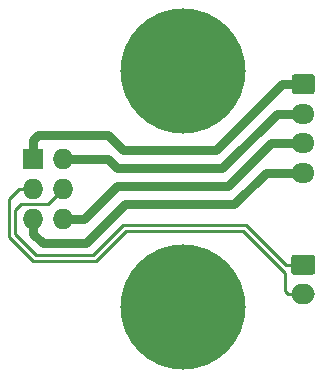
<source format=gbr>
G04 #@! TF.GenerationSoftware,KiCad,Pcbnew,(5.1.4)-1*
G04 #@! TF.CreationDate,2020-03-27T15:30:10-04:00*
G04 #@! TF.ProjectId,y-z_motor_endstop_breakout,792d7a5f-6d6f-4746-9f72-5f656e647374,rev?*
G04 #@! TF.SameCoordinates,PX8a48640PY6422c40*
G04 #@! TF.FileFunction,Copper,L1,Top*
G04 #@! TF.FilePolarity,Positive*
%FSLAX46Y46*%
G04 Gerber Fmt 4.6, Leading zero omitted, Abs format (unit mm)*
G04 Created by KiCad (PCBNEW (5.1.4)-1) date 2020-03-27 15:30:10*
%MOMM*%
%LPD*%
G04 APERTURE LIST*
%ADD10O,2.000000X1.700000*%
%ADD11C,0.100000*%
%ADD12C,1.700000*%
%ADD13O,1.950000X1.700000*%
%ADD14O,1.727200X1.727200*%
%ADD15R,1.727200X1.727200*%
%ADD16C,10.600000*%
%ADD17C,0.762000*%
%ADD18C,0.254000*%
G04 APERTURE END LIST*
D10*
X10160000Y-8890000D03*
D11*
G36*
X10934504Y-5541204D02*
G01*
X10958773Y-5544804D01*
X10982571Y-5550765D01*
X11005671Y-5559030D01*
X11027849Y-5569520D01*
X11048893Y-5582133D01*
X11068598Y-5596747D01*
X11086777Y-5613223D01*
X11103253Y-5631402D01*
X11117867Y-5651107D01*
X11130480Y-5672151D01*
X11140970Y-5694329D01*
X11149235Y-5717429D01*
X11155196Y-5741227D01*
X11158796Y-5765496D01*
X11160000Y-5790000D01*
X11160000Y-6990000D01*
X11158796Y-7014504D01*
X11155196Y-7038773D01*
X11149235Y-7062571D01*
X11140970Y-7085671D01*
X11130480Y-7107849D01*
X11117867Y-7128893D01*
X11103253Y-7148598D01*
X11086777Y-7166777D01*
X11068598Y-7183253D01*
X11048893Y-7197867D01*
X11027849Y-7210480D01*
X11005671Y-7220970D01*
X10982571Y-7229235D01*
X10958773Y-7235196D01*
X10934504Y-7238796D01*
X10910000Y-7240000D01*
X9410000Y-7240000D01*
X9385496Y-7238796D01*
X9361227Y-7235196D01*
X9337429Y-7229235D01*
X9314329Y-7220970D01*
X9292151Y-7210480D01*
X9271107Y-7197867D01*
X9251402Y-7183253D01*
X9233223Y-7166777D01*
X9216747Y-7148598D01*
X9202133Y-7128893D01*
X9189520Y-7107849D01*
X9179030Y-7085671D01*
X9170765Y-7062571D01*
X9164804Y-7038773D01*
X9161204Y-7014504D01*
X9160000Y-6990000D01*
X9160000Y-5790000D01*
X9161204Y-5765496D01*
X9164804Y-5741227D01*
X9170765Y-5717429D01*
X9179030Y-5694329D01*
X9189520Y-5672151D01*
X9202133Y-5651107D01*
X9216747Y-5631402D01*
X9233223Y-5613223D01*
X9251402Y-5596747D01*
X9271107Y-5582133D01*
X9292151Y-5569520D01*
X9314329Y-5559030D01*
X9337429Y-5550765D01*
X9361227Y-5544804D01*
X9385496Y-5541204D01*
X9410000Y-5540000D01*
X10910000Y-5540000D01*
X10934504Y-5541204D01*
X10934504Y-5541204D01*
G37*
D12*
X10160000Y-6390000D03*
D13*
X10160000Y1390000D03*
X10160000Y3890000D03*
X10160000Y6390000D03*
D11*
G36*
X10909504Y9738796D02*
G01*
X10933773Y9735196D01*
X10957571Y9729235D01*
X10980671Y9720970D01*
X11002849Y9710480D01*
X11023893Y9697867D01*
X11043598Y9683253D01*
X11061777Y9666777D01*
X11078253Y9648598D01*
X11092867Y9628893D01*
X11105480Y9607849D01*
X11115970Y9585671D01*
X11124235Y9562571D01*
X11130196Y9538773D01*
X11133796Y9514504D01*
X11135000Y9490000D01*
X11135000Y8290000D01*
X11133796Y8265496D01*
X11130196Y8241227D01*
X11124235Y8217429D01*
X11115970Y8194329D01*
X11105480Y8172151D01*
X11092867Y8151107D01*
X11078253Y8131402D01*
X11061777Y8113223D01*
X11043598Y8096747D01*
X11023893Y8082133D01*
X11002849Y8069520D01*
X10980671Y8059030D01*
X10957571Y8050765D01*
X10933773Y8044804D01*
X10909504Y8041204D01*
X10885000Y8040000D01*
X9435000Y8040000D01*
X9410496Y8041204D01*
X9386227Y8044804D01*
X9362429Y8050765D01*
X9339329Y8059030D01*
X9317151Y8069520D01*
X9296107Y8082133D01*
X9276402Y8096747D01*
X9258223Y8113223D01*
X9241747Y8131402D01*
X9227133Y8151107D01*
X9214520Y8172151D01*
X9204030Y8194329D01*
X9195765Y8217429D01*
X9189804Y8241227D01*
X9186204Y8265496D01*
X9185000Y8290000D01*
X9185000Y9490000D01*
X9186204Y9514504D01*
X9189804Y9538773D01*
X9195765Y9562571D01*
X9204030Y9585671D01*
X9214520Y9607849D01*
X9227133Y9628893D01*
X9241747Y9648598D01*
X9258223Y9666777D01*
X9276402Y9683253D01*
X9296107Y9697867D01*
X9317151Y9710480D01*
X9339329Y9720970D01*
X9362429Y9729235D01*
X9386227Y9735196D01*
X9410496Y9738796D01*
X9435000Y9740000D01*
X10885000Y9740000D01*
X10909504Y9738796D01*
X10909504Y9738796D01*
G37*
D12*
X10160000Y8890000D03*
D14*
X-10160000Y-2540000D03*
X-12700000Y-2540000D03*
X-10160000Y0D03*
X-12700000Y0D03*
X-10160000Y2540000D03*
D15*
X-12700000Y2540000D03*
D16*
X0Y10000000D03*
X0Y-10000000D03*
D17*
X7446000Y3890000D02*
X10160000Y3890000D01*
X3810000Y254000D02*
X7446000Y3890000D01*
X-5588000Y254000D02*
X3810000Y254000D01*
X-10160000Y-2540000D02*
X-8382000Y-2540000D01*
X-8382000Y-2540000D02*
X-5588000Y254000D01*
X-12700000Y-3761314D02*
X-11889314Y-4572000D01*
X-12700000Y-2540000D02*
X-12700000Y-3761314D01*
X-11889314Y-4572000D02*
X-8255000Y-4572000D01*
X-8255000Y-4572000D02*
X-4953000Y-1270000D01*
X-4953000Y-1270000D02*
X4318000Y-1270000D01*
X6978000Y1390000D02*
X10160000Y1390000D01*
X4318000Y-1270000D02*
X6978000Y1390000D01*
D18*
X5334000Y-3048000D02*
X8676000Y-6390000D01*
X-5080000Y-3048000D02*
X5334000Y-3048000D01*
X-11430000Y-1270000D02*
X-13716000Y-1270000D01*
X-10160000Y0D02*
X-11430000Y-1270000D01*
X-13716000Y-1270000D02*
X-14224000Y-1778000D01*
X-14224000Y-1778000D02*
X-14224000Y-3810000D01*
X-7620000Y-5588000D02*
X-5080000Y-3048000D01*
X-14224000Y-3810000D02*
X-12446000Y-5588000D01*
X8676000Y-6390000D02*
X10160000Y-6390000D01*
X-12446000Y-5588000D02*
X-7620000Y-5588000D01*
X8906000Y-8890000D02*
X10160000Y-8890000D01*
X8636000Y-8620000D02*
X8906000Y-8890000D01*
X-4826000Y-3556000D02*
X5080000Y-3556000D01*
X5080000Y-3556000D02*
X8636000Y-7112000D01*
X-12700000Y0D02*
X-13921314Y0D01*
X8636000Y-7112000D02*
X8636000Y-8620000D01*
X-14732000Y-810686D02*
X-14732000Y-4064000D01*
X-14732000Y-4064000D02*
X-12700000Y-6096000D01*
X-13921314Y0D02*
X-14732000Y-810686D01*
X-12700000Y-6096000D02*
X-7366000Y-6096000D01*
X-7366000Y-6096000D02*
X-4826000Y-3556000D01*
D17*
X7914000Y6390000D02*
X10160000Y6390000D01*
X3302000Y1778000D02*
X7914000Y6390000D01*
X-5588000Y1778000D02*
X3302000Y1778000D01*
X-10160000Y2540000D02*
X-6350000Y2540000D01*
X-6350000Y2540000D02*
X-5588000Y1778000D01*
X8382000Y8890000D02*
X10160000Y8890000D01*
X-12700000Y4165600D02*
X-12293600Y4572000D01*
X-12700000Y2540000D02*
X-12700000Y4165600D01*
X-12293600Y4572000D02*
X-6350000Y4572000D01*
X-6350000Y4572000D02*
X-5080000Y3302000D01*
X-5080000Y3302000D02*
X2794000Y3302000D01*
X2794000Y3302000D02*
X8382000Y8890000D01*
M02*

</source>
